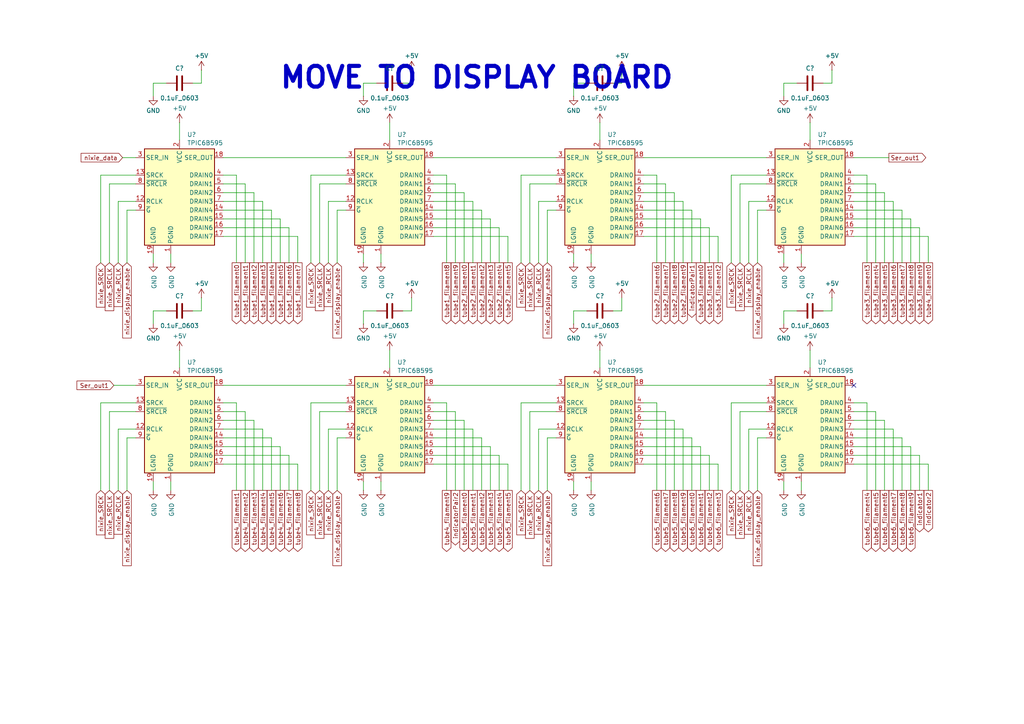
<source format=kicad_sch>
(kicad_sch (version 20250114) (generator "eeschema") (generator_version "9.0")
  (paper "A4")
  (lib_symbols
    (symbol "Device:C" (pin_numbers (hide yes)) (pin_names (offset 0.254))
      (property "Reference" "C" (at 0.635 2.54 0))
      (property "Value" "C" (at 0.635 -2.54 0))
      (symbol "C_0_1"
        (polyline (pts (xy -2.032 0.762) (xy 2.032 0.762)) (stroke (width 0.508)))
        (polyline (pts (xy -2.032 -0.762) (xy 2.032 -0.762)) (stroke (width 0.508)))
      )
      (symbol "C_1_1"
        (pin passive line (at 0 3.81 270) (length 2.794) (name "~") (number "1"))
        (pin passive line (at 0 -3.81 90) (length 2.794) (name "~") (number "2"))
      )
    )
    (symbol "My First Nixie Clock:TPIC6B595DWR" (pin_names (offset 0.381))
      (property "Reference" "U?" (at 2.1941 16.8445 0))
      (property "Value" "TPIC6B595" (at 2.1941 14.4202 0))
      (symbol "TPIC6B595DWR_0_1"
        (rectangle (start -10.16 12.7) (end 10.16 -15.24) (stroke (width 0.254)) (fill (type background)))
      )
      (symbol "TPIC6B595DWR_1_1"
        (pin input line (at -12.7 10.16 0) (length 2.54) (name "SER_IN") (number "3"))
        (pin input line (at -12.7 5.08 0) (length 2.54) (name "SRCK") (number "13"))
        (pin input line (at -12.7 2.54 0) (length 2.54) (name "~{SRCLR}") (number "8"))
        (pin input line (at -12.7 -2.54 0) (length 2.54) (name "RCLK") (number "12"))
        (pin input line (at -12.7 -5.08 0) (length 2.54) (name "~{G}") (number "9"))
        (pin power_in line (at -7.62 -17.78 90) (length 2.54) (name "LGND") (number "19"))
        (pin power_in line (at -2.54 -17.78 90) (length 2.54) (name "PGND") (number "1"))
        (pin passive line (at -2.54 -17.78 90) (length 2.54) (hide yes) (name "PGND") (number "10"))
        (pin passive line (at -2.54 -17.78 90) (length 2.54) (hide yes) (name "PGND") (number "11"))
        (pin passive line (at -2.54 -17.78 90) (length 2.54) (hide yes) (name "PGND") (number "20"))
        (pin power_in line (at 0 15.24 270) (length 2.54) (name "VCC") (number "2"))
        (pin output line (at 12.7 10.16 180) (length 2.54) (name "SER_OUT") (number "18"))
        (pin open_collector line (at 12.7 5.08 180) (length 2.54) (name "DRAIN0") (number "4"))
        (pin open_collector line (at 12.7 2.54 180) (length 2.54) (name "DRAIN1") (number "5"))
        (pin open_collector line (at 12.7 0 180) (length 2.54) (name "DRAIN2") (number "6"))
        (pin open_collector line (at 12.7 -2.54 180) (length 2.54) (name "DRAIN3") (number "7"))
        (pin open_collector line (at 12.7 -5.08 180) (length 2.54) (name "DRAIN4") (number "14"))
        (pin open_collector line (at 12.7 -7.62 180) (length 2.54) (name "DRAIN5") (number "15"))
        (pin open_collector line (at 12.7 -10.16 180) (length 2.54) (name "DRAIN6") (number "16"))
        (pin open_collector line (at 12.7 -12.7 180) (length 2.54) (name "DRAIN7") (number "17"))
      )
    )
    (symbol "power:+5V" (power) (pin_numbers (hide yes)) (pin_names (offset 0) (hide yes))
      (property "Value" "+5V" (at 0 3.556 0))
      (symbol "+5V_0_1"
        (polyline (pts (xy -0.762 1.27) (xy 0 2.54)))
        (polyline (pts (xy 0 2.54) (xy 0.762 1.27)))
        (polyline (pts (xy 0 0) (xy 0 2.54)))
      )
      (symbol "+5V_1_1"
        (pin power_in line (at 0 0 90) (length 0) (name "~") (number "1"))
      )
    )
    (symbol "power:GND" (power) (pin_numbers (hide yes)) (pin_names (offset 0) (hide yes))
      (property "Value" "GND" (at 0 -3.81 0))
      (symbol "GND_0_1"
        (polyline (pts (xy 0 0) (xy 0 -1.27) (xy 1.27 -1.27) (xy 0 -2.54) (xy -1.27 -1.27) (xy 0 -1.27)))
      )
      (symbol "GND_1_1"
        (pin power_in line (at 0 0 270) (length 0) (name "~") (number "1"))
      )
    )
  )
  (text "MOVE TO DISPLAY BOARD" (at 80.772 26.162 0) (effects (font (size 6 6) (bold yes)) (justify left bottom)))
  (no_connect (at 247.65 111.76))
  (wire (pts (xy 256.54 76.2) (xy 256.54 55.88)))
  (wire (pts (xy 137.16 76.2) (xy 137.16 58.42)))
  (wire (pts (xy 203.2 129.54) (xy 203.2 142.24)))
  (wire (pts (xy 227.33 24.13) (xy 227.33 27.94)))
  (wire (pts (xy 71.12 142.24) (xy 71.12 119.38)))
  (wire (pts (xy 151.13 116.84) (xy 161.29 116.84)))
  (wire (pts (xy 105.41 73.66) (xy 105.41 76.2)))
  (wire (pts (xy 212.09 142.24) (xy 212.09 116.84)))
  (wire (pts (xy 256.54 55.88) (xy 247.65 55.88)))
  (wire (pts (xy 156.21 58.42) (xy 161.29 58.42)))
  (wire (pts (xy 64.77 50.8) (xy 68.58 50.8)))
  (wire (pts (xy 34.29 142.24) (xy 34.29 124.46)))
  (wire (pts (xy 195.58 76.2) (xy 195.58 55.88)))
  (wire (pts (xy 247.65 127) (xy 261.62 127)))
  (wire (pts (xy 100.33 119.38) (xy 92.71 119.38)))
  (wire (pts (xy 49.53 73.66) (xy 49.53 76.2)))
  (wire (pts (xy 219.71 60.96) (xy 219.71 76.2)))
  (wire (pts (xy 269.24 134.62) (xy 269.24 142.24)))
  (wire (pts (xy 29.21 142.24) (xy 29.21 116.84)))
  (wire (pts (xy 139.7 127) (xy 139.7 142.24)))
  (wire (pts (xy 214.63 119.38) (xy 214.63 142.24)))
  (wire (pts (xy 100.33 127) (xy 97.79 127)))
  (wire (pts (xy 247.65 63.5) (xy 264.16 63.5)))
  (wire (pts (xy 137.16 58.42) (xy 125.73 58.42)))
  (wire (pts (xy 39.37 127) (xy 36.83 127)))
  (wire (pts (xy 83.82 132.08) (xy 83.82 142.24)))
  (wire (pts (xy 110.49 139.7) (xy 110.49 142.24)))
  (wire (pts (xy 132.08 76.2) (xy 132.08 53.34)))
  (wire (pts (xy 125.73 60.96) (xy 139.7 60.96)))
  (wire (pts (xy 208.28 134.62) (xy 208.28 142.24)))
  (wire (pts (xy 193.04 119.38) (xy 193.04 142.24)))
  (wire (pts (xy 264.16 129.54) (xy 264.16 142.24)))
  (wire (pts (xy 134.62 121.92) (xy 134.62 142.24)))
  (wire (pts (xy 251.46 76.2) (xy 251.46 50.8)))
  (wire (pts (xy 161.29 60.96) (xy 158.75 60.96)))
  (wire (pts (xy 241.3 90.17) (xy 238.76 90.17)))
  (wire (pts (xy 251.46 116.84) (xy 251.46 142.24)))
  (wire (pts (xy 261.62 127) (xy 261.62 142.24)))
  (wire (pts (xy 170.18 90.17) (xy 166.37 90.17)))
  (wire (pts (xy 180.34 86.36) (xy 180.34 90.17)))
  (wire (pts (xy 186.69 134.62) (xy 208.28 134.62)))
  (wire (pts (xy 73.66 142.24) (xy 73.66 121.92)))
  (wire (pts (xy 39.37 53.34) (xy 31.75 53.34)))
  (wire (pts (xy 259.08 58.42) (xy 247.65 58.42)))
  (wire (pts (xy 158.75 60.96) (xy 158.75 76.2)))
  (wire (pts (xy 134.62 76.2) (xy 134.62 55.88)))
  (wire (pts (xy 58.42 90.17) (xy 55.88 90.17)))
  (wire (pts (xy 125.73 119.38) (xy 132.08 119.38)))
  (wire (pts (xy 247.65 134.62) (xy 269.24 134.62)))
  (wire (pts (xy 34.29 58.42) (xy 34.29 76.2)))
  (wire (pts (xy 200.66 60.96) (xy 200.66 76.2)))
  (wire (pts (xy 58.42 20.32) (xy 58.42 24.13)))
  (wire (pts (xy 256.54 121.92) (xy 256.54 142.24)))
  (wire (pts (xy 81.28 63.5) (xy 81.28 76.2)))
  (wire (pts (xy 76.2 58.42) (xy 76.2 76.2)))
  (wire (pts (xy 151.13 76.2) (xy 151.13 50.8)))
  (wire (pts (xy 137.16 124.46) (xy 137.16 142.24)))
  (wire (pts (xy 257.81 45.72) (xy 247.65 45.72)))
  (wire (pts (xy 125.73 132.08) (xy 144.78 132.08)))
  (wire (pts (xy 241.3 24.13) (xy 238.76 24.13)))
  (wire (pts (xy 90.17 50.8) (xy 90.17 76.2)))
  (wire (pts (xy 203.2 63.5) (xy 203.2 76.2)))
  (wire (pts (xy 132.08 119.38) (xy 132.08 142.24)))
  (wire (pts (xy 180.34 24.13) (xy 177.8 24.13)))
  (wire (pts (xy 34.29 124.46) (xy 39.37 124.46)))
  (wire (pts (xy 254 119.38) (xy 254 142.24)))
  (wire (pts (xy 58.42 24.13) (xy 55.88 24.13)))
  (wire (pts (xy 52.07 101.6) (xy 52.07 106.68)))
  (wire (pts (xy 222.25 127) (xy 219.71 127)))
  (wire (pts (xy 129.54 50.8) (xy 125.73 50.8)))
  (wire (pts (xy 64.77 111.76) (xy 100.33 111.76)))
  (wire (pts (xy 92.71 53.34) (xy 92.71 76.2)))
  (wire (pts (xy 227.33 139.7) (xy 227.33 142.24)))
  (wire (pts (xy 190.5 116.84) (xy 190.5 142.24)))
  (wire (pts (xy 153.67 119.38) (xy 161.29 119.38)))
  (wire (pts (xy 44.45 73.66) (xy 44.45 76.2)))
  (wire (pts (xy 161.29 127) (xy 158.75 127)))
  (wire (pts (xy 180.34 20.32) (xy 180.34 24.13)))
  (wire (pts (xy 134.62 55.88) (xy 125.73 55.88)))
  (wire (pts (xy 193.04 76.2) (xy 193.04 53.34)))
  (wire (pts (xy 247.65 116.84) (xy 251.46 116.84)))
  (wire (pts (xy 166.37 73.66) (xy 166.37 76.2)))
  (wire (pts (xy 109.22 90.17) (xy 105.41 90.17)))
  (wire (pts (xy 186.69 66.04) (xy 205.74 66.04)))
  (wire (pts (xy 222.25 119.38) (xy 214.63 119.38)))
  (wire (pts (xy 105.41 24.13) (xy 105.41 27.94)))
  (wire (pts (xy 64.77 132.08) (xy 83.82 132.08)))
  (wire (pts (xy 48.26 24.13) (xy 44.45 24.13)))
  (wire (pts (xy 100.33 60.96) (xy 97.79 60.96)))
  (wire (pts (xy 180.34 90.17) (xy 177.8 90.17)))
  (wire (pts (xy 49.53 139.7) (xy 49.53 142.24)))
  (wire (pts (xy 212.09 116.84) (xy 222.25 116.84)))
  (wire (pts (xy 147.32 68.58) (xy 147.32 76.2)))
  (wire (pts (xy 64.77 63.5) (xy 81.28 63.5)))
  (wire (pts (xy 247.65 121.92) (xy 256.54 121.92)))
  (wire (pts (xy 97.79 127) (xy 97.79 142.24)))
  (wire (pts (xy 64.77 127) (xy 78.74 127)))
  (wire (pts (xy 68.58 142.24) (xy 68.58 116.84)))
  (wire (pts (xy 29.21 50.8) (xy 29.21 76.2)))
  (wire (pts (xy 186.69 119.38) (xy 193.04 119.38)))
  (wire (pts (xy 81.28 129.54) (xy 81.28 142.24)))
  (wire (pts (xy 247.65 119.38) (xy 254 119.38)))
  (wire (pts (xy 205.74 66.04) (xy 205.74 76.2)))
  (wire (pts (xy 259.08 76.2) (xy 259.08 58.42)))
  (wire (pts (xy 109.22 24.13) (xy 105.41 24.13)))
  (wire (pts (xy 222.25 58.42) (xy 217.17 58.42)))
  (wire (pts (xy 195.58 55.88) (xy 186.69 55.88)))
  (wire (pts (xy 212.09 50.8) (xy 212.09 76.2)))
  (wire (pts (xy 31.75 119.38) (xy 31.75 142.24)))
  (wire (pts (xy 35.56 45.72) (xy 39.37 45.72)))
  (wire (pts (xy 125.73 111.76) (xy 161.29 111.76)))
  (wire (pts (xy 247.65 132.08) (xy 266.7 132.08)))
  (wire (pts (xy 92.71 119.38) (xy 92.71 142.24)))
  (wire (pts (xy 247.65 60.96) (xy 261.62 60.96)))
  (wire (pts (xy 64.77 68.58) (xy 86.36 68.58)))
  (wire (pts (xy 186.69 63.5) (xy 203.2 63.5)))
  (wire (pts (xy 39.37 119.38) (xy 31.75 119.38)))
  (wire (pts (xy 68.58 116.84) (xy 64.77 116.84)))
  (wire (pts (xy 200.66 127) (xy 200.66 142.24)))
  (wire (pts (xy 266.7 132.08) (xy 266.7 142.24)))
  (wire (pts (xy 247.65 66.04) (xy 266.7 66.04)))
  (wire (pts (xy 142.24 63.5) (xy 142.24 76.2)))
  (wire (pts (xy 125.73 63.5) (xy 142.24 63.5)))
  (wire (pts (xy 48.26 90.17) (xy 44.45 90.17)))
  (wire (pts (xy 247.65 68.58) (xy 269.24 68.58)))
  (wire (pts (xy 119.38 86.36) (xy 119.38 90.17)))
  (wire (pts (xy 86.36 134.62) (xy 86.36 142.24)))
  (wire (pts (xy 186.69 111.76) (xy 222.25 111.76)))
  (wire (pts (xy 266.7 66.04) (xy 266.7 76.2)))
  (wire (pts (xy 71.12 53.34) (xy 71.12 76.2)))
  (wire (pts (xy 132.08 53.34) (xy 125.73 53.34)))
  (wire (pts (xy 78.74 127) (xy 78.74 142.24)))
  (wire (pts (xy 125.73 66.04) (xy 144.78 66.04)))
  (wire (pts (xy 158.75 127) (xy 158.75 142.24)))
  (wire (pts (xy 234.95 101.6) (xy 234.95 106.68)))
  (wire (pts (xy 227.33 90.17) (xy 227.33 93.98)))
  (wire (pts (xy 254 76.2) (xy 254 53.34)))
  (wire (pts (xy 205.74 132.08) (xy 205.74 142.24)))
  (wire (pts (xy 39.37 50.8) (xy 29.21 50.8)))
  (wire (pts (xy 166.37 24.13) (xy 166.37 27.94)))
  (wire (pts (xy 153.67 76.2) (xy 153.67 53.34)))
  (wire (pts (xy 232.41 139.7) (xy 232.41 142.24)))
  (wire (pts (xy 44.45 24.13) (xy 44.45 27.94)))
  (wire (pts (xy 31.75 53.34) (xy 31.75 76.2)))
  (wire (pts (xy 234.95 35.56) (xy 234.95 40.64)))
  (wire (pts (xy 227.33 73.66) (xy 227.33 76.2)))
  (wire (pts (xy 217.17 124.46) (xy 217.17 142.24)))
  (wire (pts (xy 100.33 50.8) (xy 90.17 50.8)))
  (wire (pts (xy 190.5 76.2) (xy 190.5 50.8)))
  (wire (pts (xy 64.77 60.96) (xy 78.74 60.96)))
  (wire (pts (xy 190.5 50.8) (xy 186.69 50.8)))
  (wire (pts (xy 254 53.34) (xy 247.65 53.34)))
  (wire (pts (xy 86.36 68.58) (xy 86.36 76.2)))
  (wire (pts (xy 173.99 101.6) (xy 173.99 106.68)))
  (wire (pts (xy 110.49 73.66) (xy 110.49 76.2)))
  (wire (pts (xy 193.04 53.34) (xy 186.69 53.34)))
  (wire (pts (xy 73.66 121.92) (xy 64.77 121.92)))
  (wire (pts (xy 95.25 58.42) (xy 95.25 76.2)))
  (wire (pts (xy 166.37 90.17) (xy 166.37 93.98)))
  (wire (pts (xy 222.25 53.34) (xy 214.63 53.34)))
  (wire (pts (xy 186.69 60.96) (xy 200.66 60.96)))
  (wire (pts (xy 44.45 139.7) (xy 44.45 142.24)))
  (wire (pts (xy 125.73 68.58) (xy 147.32 68.58)))
  (wire (pts (xy 78.74 60.96) (xy 78.74 76.2)))
  (wire (pts (xy 64.77 129.54) (xy 81.28 129.54)))
  (wire (pts (xy 113.03 101.6) (xy 113.03 106.68)))
  (wire (pts (xy 29.21 116.84) (xy 39.37 116.84)))
  (wire (pts (xy 151.13 142.24) (xy 151.13 116.84)))
  (wire (pts (xy 129.54 116.84) (xy 129.54 142.24)))
  (wire (pts (xy 166.37 139.7) (xy 166.37 142.24)))
  (wire (pts (xy 217.17 58.42) (xy 217.17 76.2)))
  (wire (pts (xy 156.21 76.2) (xy 156.21 58.42)))
  (wire (pts (xy 125.73 129.54) (xy 142.24 129.54)))
  (wire (pts (xy 33.02 111.76) (xy 39.37 111.76)))
  (wire (pts (xy 269.24 68.58) (xy 269.24 76.2)))
  (wire (pts (xy 247.65 124.46) (xy 259.08 124.46)))
  (wire (pts (xy 68.58 50.8) (xy 68.58 76.2)))
  (wire (pts (xy 64.77 53.34) (xy 71.12 53.34)))
  (wire (pts (xy 64.77 66.04) (xy 83.82 66.04)))
  (wire (pts (xy 156.21 124.46) (xy 161.29 124.46)))
  (wire (pts (xy 39.37 60.96) (xy 36.83 60.96)))
  (wire (pts (xy 147.32 134.62) (xy 147.32 142.24)))
  (wire (pts (xy 39.37 58.42) (xy 34.29 58.42)))
  (wire (pts (xy 64.77 45.72) (xy 100.33 45.72)))
  (wire (pts (xy 170.18 24.13) (xy 166.37 24.13)))
  (wire (pts (xy 125.73 127) (xy 139.7 127)))
  (wire (pts (xy 125.73 121.92) (xy 134.62 121.92)))
  (wire (pts (xy 186.69 45.72) (xy 222.25 45.72)))
  (wire (pts (xy 83.82 66.04) (xy 83.82 76.2)))
  (wire (pts (xy 113.03 35.56) (xy 113.03 40.64)))
  (wire (pts (xy 64.77 55.88) (xy 73.66 55.88)))
  (wire (pts (xy 171.45 73.66) (xy 171.45 76.2)))
  (wire (pts (xy 222.25 60.96) (xy 219.71 60.96)))
  (wire (pts (xy 100.33 116.84) (xy 90.17 116.84)))
  (wire (pts (xy 73.66 55.88) (xy 73.66 76.2)))
  (wire (pts (xy 76.2 142.24) (xy 76.2 124.46)))
  (wire (pts (xy 119.38 24.13) (xy 116.84 24.13)))
  (wire (pts (xy 100.33 53.34) (xy 92.71 53.34)))
  (wire (pts (xy 125.73 45.72) (xy 161.29 45.72)))
  (wire (pts (xy 58.42 86.36) (xy 58.42 90.17)))
  (wire (pts (xy 71.12 119.38) (xy 64.77 119.38)))
  (wire (pts (xy 125.73 124.46) (xy 137.16 124.46)))
  (wire (pts (xy 251.46 50.8) (xy 247.65 50.8)))
  (wire (pts (xy 186.69 132.08) (xy 205.74 132.08)))
  (wire (pts (xy 232.41 73.66) (xy 232.41 76.2)))
  (wire (pts (xy 119.38 90.17) (xy 116.84 90.17)))
  (wire (pts (xy 231.14 24.13) (xy 227.33 24.13)))
  (wire (pts (xy 241.3 20.32) (xy 241.3 24.13)))
  (wire (pts (xy 186.69 68.58) (xy 208.28 68.58)))
  (wire (pts (xy 44.45 90.17) (xy 44.45 93.98)))
  (wire (pts (xy 144.78 132.08) (xy 144.78 142.24)))
  (wire (pts (xy 247.65 129.54) (xy 264.16 129.54)))
  (wire (pts (xy 153.67 53.34) (xy 161.29 53.34)))
  (wire (pts (xy 105.41 139.7) (xy 105.41 142.24)))
  (wire (pts (xy 186.69 124.46) (xy 198.12 124.46)))
  (wire (pts (xy 264.16 63.5) (xy 264.16 76.2)))
  (wire (pts (xy 186.69 121.92) (xy 195.58 121.92)))
  (wire (pts (xy 119.38 20.32) (xy 119.38 24.13)))
  (wire (pts (xy 259.08 124.46) (xy 259.08 142.24)))
  (wire (pts (xy 198.12 124.46) (xy 198.12 142.24)))
  (wire (pts (xy 214.63 53.34) (xy 214.63 76.2)))
  (wire (pts (xy 186.69 129.54) (xy 203.2 129.54)))
  (wire (pts (xy 36.83 60.96) (xy 36.83 76.2)))
  (wire (pts (xy 219.71 127) (xy 219.71 142.24)))
  (wire (pts (xy 261.62 60.96) (xy 261.62 76.2)))
  (wire (pts (xy 186.69 116.84) (xy 190.5 116.84)))
  (wire (pts (xy 90.17 116.84) (xy 90.17 142.24)))
  (wire (pts (xy 156.21 142.24) (xy 156.21 124.46)))
  (wire (pts (xy 64.77 58.42) (xy 76.2 58.42)))
  (wire (pts (xy 105.41 90.17) (xy 105.41 93.98)))
  (wire (pts (xy 100.33 124.46) (xy 95.25 124.46)))
  (wire (pts (xy 125.73 134.62) (xy 147.32 134.62)))
  (wire (pts (xy 97.79 60.96) (xy 97.79 76.2)))
  (wire (pts (xy 171.45 139.7) (xy 171.45 142.24)))
  (wire (pts (xy 151.13 50.8) (xy 161.29 50.8)))
  (wire (pts (xy 76.2 124.46) (xy 64.77 124.46)))
  (wire (pts (xy 222.25 124.46) (xy 217.17 124.46)))
  (wire (pts (xy 100.33 58.42) (xy 95.25 58.42)))
  (wire (pts (xy 95.25 124.46) (xy 95.25 142.24)))
  (wire (pts (xy 52.07 35.56) (xy 52.07 40.64)))
  (wire (pts (xy 222.25 50.8) (xy 212.09 50.8)))
  (wire (pts (xy 139.7 60.96) (xy 139.7 76.2)))
  (wire (pts (xy 129.54 76.2) (xy 129.54 50.8)))
  (wire (pts (xy 241.3 86.36) (xy 241.3 90.17)))
  (wire (pts (xy 195.58 121.92) (xy 195.58 142.24)))
  (wire (pts (xy 186.69 127) (xy 200.66 127)))
  (wire (pts (xy 64.77 134.62) (xy 86.36 134.62)))
  (wire (pts (xy 198.12 76.2) (xy 198.12 58.42)))
  (wire (pts (xy 144.78 66.04) (xy 144.78 76.2)))
  (wire (pts (xy 198.12 58.42) (xy 186.69 58.42)))
  (wire (pts (xy 142.24 129.54) (xy 142.24 142.24)))
  (wire (pts (xy 173.99 35.56) (xy 173.99 40.64)))
  (wire (pts (xy 125.73 116.84) (xy 129.54 116.84)))
  (wire (pts (xy 208.28 68.58) (xy 208.28 76.2)))
  (wire (pts (xy 231.14 90.17) (xy 227.33 90.17)))
  (wire (pts (xy 36.83 127) (xy 36.83 142.24)))
  (wire (pts (xy 153.67 142.24) (xy 153.67 119.38)))
  (global_label "tube6_filament5" (shape output) (at 254 142.24 270) (property "Intersheetrefs" "${INTERSHEET_REFS}" (effects (hide yes))))
  (global_label "tube2_filament3" (shape output) (at 142.24 76.2 270) (property "Intersheetrefs" "${INTERSHEET_REFS}" (effects (hide yes))))
  (global_label "tube4_filament2" (shape output) (at 71.12 142.24 270) (property "Intersheetrefs" "${INTERSHEET_REFS}" (effects (hide yes))))
  (global_label "tube5_filament8" (shape output) (at 195.58 142.24 270) (property "Intersheetrefs" "${INTERSHEET_REFS}" (effects (hide yes))))
  (global_label "nixie_SRCLK" (shape input) (at 31.75 76.2 270) (property "Intersheetrefs" "${INTERSHEET_REFS}" (effects (hide yes))))
  (global_label "tube3_filament3" (shape output) (at 251.46 76.2 270) (property "Intersheetrefs" "${INTERSHEET_REFS}" (effects (hide yes))))
  (global_label "tube1_filament1" (shape output) (at 71.12 76.2 270) (property "Intersheetrefs" "${INTERSHEET_REFS}" (effects (hide yes))))
  (global_label "tube2_filament6" (shape output) (at 190.5 76.2 270) (property "Intersheetrefs" "${INTERSHEET_REFS}" (effects (hide yes))))
  (global_label "tube3_filament2" (shape output) (at 208.28 76.2 270) (property "Intersheetrefs" "${INTERSHEET_REFS}" (effects (hide yes))))
  (global_label "tube3_filament9" (shape output) (at 266.7 76.2 270) (property "Intersheetrefs" "${INTERSHEET_REFS}" (effects (hide yes))))
  (global_label "tube1_filament5" (shape output) (at 81.28 76.2 270) (property "Intersheetrefs" "${INTERSHEET_REFS}" (effects (hide yes))))
  (global_label "nixie_SRCLK" (shape input) (at 153.67 142.24 270) (property "Intersheetrefs" "${INTERSHEET_REFS}" (effects (hide yes))))
  (global_label "tube1_filament3" (shape output) (at 76.2 76.2 270) (property "Intersheetrefs" "${INTERSHEET_REFS}" (effects (hide yes))))
  (global_label "tube6_filament6" (shape output) (at 256.54 142.24 270) (property "Intersheetrefs" "${INTERSHEET_REFS}" (effects (hide yes))))
  (global_label "tube1_filament9" (shape output) (at 132.08 76.2 270) (property "Intersheetrefs" "${INTERSHEET_REFS}" (effects (hide yes))))
  (global_label "tube5_filament4" (shape output) (at 144.78 142.24 270) (property "Intersheetrefs" "${INTERSHEET_REFS}" (effects (hide yes))))
  (global_label "tube1_filament2" (shape output) (at 73.66 76.2 270) (property "Intersheetrefs" "${INTERSHEET_REFS}" (effects (hide yes))))
  (global_label "tube4_filament9" (shape output) (at 129.54 142.24 270) (property "Intersheetrefs" "${INTERSHEET_REFS}" (effects (hide yes))))
  (global_label "tube3_filament1" (shape output) (at 205.74 76.2 270) (property "Intersheetrefs" "${INTERSHEET_REFS}" (effects (hide yes))))
  (global_label "tube4_filament6" (shape output) (at 81.28 142.24 270) (property "Intersheetrefs" "${INTERSHEET_REFS}" (effects (hide yes))))
  (global_label "nixie_SRCLK" (shape input) (at 92.71 76.2 270) (property "Intersheetrefs" "${INTERSHEET_REFS}" (effects (hide yes))))
  (global_label "tube4_filament4" (shape output) (at 76.2 142.24 270) (property "Intersheetrefs" "${INTERSHEET_REFS}" (effects (hide yes))))
  (global_label "tube2_filament2" (shape output) (at 139.7 76.2 270) (property "Intersheetrefs" "${INTERSHEET_REFS}" (effects (hide yes))))
  (global_label "nixie_RCLK" (shape input) (at 217.17 76.2 270) (property "Intersheetrefs" "${INTERSHEET_REFS}" (effects (hide yes))))
  (global_label "tube2_filament7" (shape output) (at 193.04 76.2 270) (property "Intersheetrefs" "${INTERSHEET_REFS}" (effects (hide yes))))
  (global_label "tube3_filament4" (shape output) (at 254 76.2 270) (property "Intersheetrefs" "${INTERSHEET_REFS}" (effects (hide yes))))
  (global_label "tube5_filament2" (shape output) (at 139.7 142.24 270) (property "Intersheetrefs" "${INTERSHEET_REFS}" (effects (hide yes))))
  (global_label "tube5_filament7" (shape output) (at 193.04 142.24 270) (property "Intersheetrefs" "${INTERSHEET_REFS}" (effects (hide yes))))
  (global_label "tube5_filament0" (shape output) (at 134.62 142.24 270) (property "Intersheetrefs" "${INTERSHEET_REFS}" (effects (hide yes))))
  (global_label "nixie_SRCLK" (shape input) (at 214.63 76.2 270) (property "Intersheetrefs" "${INTERSHEET_REFS}" (effects (hide yes))))
  (global_label "tube6_filament2" (shape output) (at 205.74 142.24 270) (property "Intersheetrefs" "${INTERSHEET_REFS}" (effects (hide yes))))
  (global_label "tube1_filament8" (shape output) (at 129.54 76.2 270) (property "Intersheetrefs" "${INTERSHEET_REFS}" (effects (hide yes))))
  (global_label "indicator1" (shape output) (at 266.7 142.24 270) (property "Intersheetrefs" "${INTERSHEET_REFS}" (effects (hide yes))))
  (global_label "tube6_filament3" (shape output) (at 208.28 142.24 270) (property "Intersheetrefs" "${INTERSHEET_REFS}" (effects (hide yes))))
  (global_label "tube3_filament5" (shape output) (at 256.54 76.2 270) (property "Intersheetrefs" "${INTERSHEET_REFS}" (effects (hide yes))))
  (global_label "tube4_filament3" (shape output) (at 73.66 142.24 270) (property "Intersheetrefs" "${INTERSHEET_REFS}" (effects (hide yes))))
  (global_label "tube2_filament8" (shape output) (at 195.58 76.2 270) (property "Intersheetrefs" "${INTERSHEET_REFS}" (effects (hide yes))))
  (global_label "tube2_filament4" (shape output) (at 144.78 76.2 270) (property "Intersheetrefs" "${INTERSHEET_REFS}" (effects (hide yes))))
  (global_label "Ser_out1" (shape input) (at 33.02 111.76 180) (property "Intersheetrefs" "${INTERSHEET_REFS}" (effects (hide yes))))
  (global_label "nixie_RCLK" (shape input) (at 217.17 142.24 270) (property "Intersheetrefs" "${INTERSHEET_REFS}" (effects (hide yes))))
  (global_label "nixie_RCLK" (shape input) (at 156.21 142.24 270) (property "Intersheetrefs" "${INTERSHEET_REFS}" (effects (hide yes))))
  (global_label "tube6_filament4" (shape output) (at 251.46 142.24 270) (property "Intersheetrefs" "${INTERSHEET_REFS}" (effects (hide yes))))
  (global_label "nixie_SRCLK" (shape input) (at 92.71 142.24 270) (property "Intersheetrefs" "${INTERSHEET_REFS}" (effects (hide yes))))
  (global_label "tube2_filament5" (shape output) (at 147.32 76.2 270) (property "Intersheetrefs" "${INTERSHEET_REFS}" (effects (hide yes))))
  (global_label "nixie_RCLK" (shape input) (at 95.25 76.2 270) (property "Intersheetrefs" "${INTERSHEET_REFS}" (effects (hide yes))))
  (global_label "tube5_filament9" (shape output) (at 198.12 142.24 270) (property "Intersheetrefs" "${INTERSHEET_REFS}" (effects (hide yes))))
  (global_label "nixie_data" (shape input) (at 35.56 45.72 180) (property "Intersheetrefs" "${INTERSHEET_REFS}" (effects (hide yes))))
  (global_label "indicatorPair1" (shape output) (at 200.66 76.2 270) (property "Intersheetrefs" "${INTERSHEET_REFS}" (effects (hide yes))))
  (global_label "tube5_filament3" (shape output) (at 142.24 142.24 270) (property "Intersheetrefs" "${INTERSHEET_REFS}" (effects (hide yes))))
  (global_label "nixie_SRCK" (shape input) (at 29.21 142.24 270) (property "Intersheetrefs" "${INTERSHEET_REFS}" (effects (hide yes))))
  (global_label "tube5_filament6" (shape output) (at 190.5 142.24 270) (property "Intersheetrefs" "${INTERSHEET_REFS}" (effects (hide yes))))
  (global_label "Ser_out1" (shape output) (at 257.81 45.72 0) (property "Intersheetrefs" "${INTERSHEET_REFS}" (effects (hide yes))))
  (global_label "tube4_filament7" (shape output) (at 83.82 142.24 270) (property "Intersheetrefs" "${INTERSHEET_REFS}" (effects (hide yes))))
  (global_label "nixie_display_enable" (shape input) (at 158.75 76.2 270) (property "Intersheetrefs" "${INTERSHEET_REFS}" (effects (hide yes))))
  (global_label "tube4_filament5" (shape output) (at 78.74 142.24 270) (property "Intersheetrefs" "${INTERSHEET_REFS}" (effects (hide yes))))
  (global_label "tube3_filament8" (shape output) (at 264.16 76.2 270) (property "Intersheetrefs" "${INTERSHEET_REFS}" (effects (hide yes))))
  (global_label "indicator2" (shape output) (at 269.24 142.24 270) (property "Intersheetrefs" "${INTERSHEET_REFS}" (effects (hide yes))))
  (global_label "tube1_filament7" (shape output) (at 86.36 76.2 270) (property "Intersheetrefs" "${INTERSHEET_REFS}" (effects (hide yes))))
  (global_label "nixie_SRCK" (shape input) (at 151.13 76.2 270) (property "Intersheetrefs" "${INTERSHEET_REFS}" (effects (hide yes))))
  (global_label "tube5_filament1" (shape output) (at 137.16 142.24 270) (property "Intersheetrefs" "${INTERSHEET_REFS}" (effects (hide yes))))
  (global_label "tube2_filament0" (shape output) (at 134.62 76.2 270) (property "Intersheetrefs" "${INTERSHEET_REFS}" (effects (hide yes))))
  (global_label "tube6_filament8" (shape output) (at 261.62 142.24 270) (property "Intersheetrefs" "${INTERSHEET_REFS}" (effects (hide yes))))
  (global_label "tube1_filament4" (shape output) (at 78.74 76.2 270) (property "Intersheetrefs" "${INTERSHEET_REFS}" (effects (hide yes))))
  (global_label "tube3_filament6" (shape output) (at 259.08 76.2 270) (property "Intersheetrefs" "${INTERSHEET_REFS}" (effects (hide yes))))
  (global_label "nixie_display_enable" (shape input) (at 219.71 142.24 270) (property "Intersheetrefs" "${INTERSHEET_REFS}" (effects (hide yes))))
  (global_label "nixie_display_enable" (shape input) (at 97.79 142.24 270) (property "Intersheetrefs" "${INTERSHEET_REFS}" (effects (hide yes))))
  (global_label "nixie_SRCK" (shape input) (at 90.17 142.24 270) (property "Intersheetrefs" "${INTERSHEET_REFS}" (effects (hide yes))))
  (global_label "tube2_filament9" (shape output) (at 198.12 76.2 270) (property "Intersheetrefs" "${INTERSHEET_REFS}" (effects (hide yes))))
  (global_label "nixie_RCLK" (shape input) (at 34.29 76.2 270) (property "Intersheetrefs" "${INTERSHEET_REFS}" (effects (hide yes))))
  (global_label "nixie_display_enable" (shape input) (at 36.83 142.24 270) (property "Intersheetrefs" "${INTERSHEET_REFS}" (effects (hide yes))))
  (global_label "tube3_filament0" (shape output) (at 203.2 76.2 270) (property "Intersheetrefs" "${INTERSHEET_REFS}" (effects (hide yes))))
  (global_label "tube2_filament1" (shape output) (at 137.16 76.2 270) (property "Intersheetrefs" "${INTERSHEET_REFS}" (effects (hide yes))))
  (global_label "indicatorPair2" (shape output) (at 132.08 142.24 270) (property "Intersheetrefs" "${INTERSHEET_REFS}" (effects (hide yes))))
  (global_label "tube1_filament6" (shape output) (at 83.82 76.2 270) (property "Intersheetrefs" "${INTERSHEET_REFS}" (effects (hide yes))))
  (global_label "tube6_filament1" (shape output) (at 203.2 142.24 270) (property "Intersheetrefs" "${INTERSHEET_REFS}" (effects (hide yes))))
  (global_label "tube4_filament1" (shape output) (at 68.58 142.24 270) (property "Intersheetrefs" "${INTERSHEET_REFS}" (effects (hide yes))))
  (global_label "tube6_filament9" (shape output) (at 264.16 142.24 270) (property "Intersheetrefs" "${INTERSHEET_REFS}" (effects (hide yes))))
  (global_label "nixie_SRCLK" (shape input) (at 214.63 142.24 270) (property "Intersheetrefs" "${INTERSHEET_REFS}" (effects (hide yes))))
  (global_label "nixie_display_enable" (shape input) (at 219.71 76.2 270) (property "Intersheetrefs" "${INTERSHEET_REFS}" (effects (hide yes))))
  (global_label "nixie_SRCK" (shape input) (at 212.09 142.24 270) (property "Intersheetrefs" "${INTERSHEET_REFS}" (effects (hide yes))))
  (global_label "nixie_RCLK" (shape input) (at 156.21 76.2 270) (property "Intersheetrefs" "${INTERSHEET_REFS}" (effects (hide yes))))
  (global_label "nixie_SRCK" (shape input) (at 212.09 76.2 270) (property "Intersheetrefs" "${INTERSHEET_REFS}" (effects (hide yes))))
  (global_label "nixie_display_enable" (shape input) (at 158.75 142.24 270) (property "Intersheetrefs" "${INTERSHEET_REFS}" (effects (hide yes))))
  (global_label "nixie_SRCLK" (shape input) (at 153.67 76.2 270) (property "Intersheetrefs" "${INTERSHEET_REFS}" (effects (hide yes))))
  (global_label "nixie_SRCK" (shape input) (at 151.13 142.24 270) (property "Intersheetrefs" "${INTERSHEET_REFS}" (effects (hide yes))))
  (global_label "nixie_SRCLK" (shape input) (at 31.75 142.24 270) (property "Intersheetrefs" "${INTERSHEET_REFS}" (effects (hide yes))))
  (global_label "nixie_display_enable" (shape input) (at 36.83 76.2 270) (property "Intersheetrefs" "${INTERSHEET_REFS}" (effects (hide yes))))
  (global_label "tube4_filament0" (shape output) (at 269.24 76.2 270) (property "Intersheetrefs" "${INTERSHEET_REFS}" (effects (hide yes))))
  (global_label "tube1_filament0" (shape output) (at 68.58 76.2 270) (property "Intersheetrefs" "${INTERSHEET_REFS}" (effects (hide yes))))
  (global_label "tube6_filament7" (shape output) (at 259.08 142.24 270) (property "Intersheetrefs" "${INTERSHEET_REFS}" (effects (hide yes))))
  (global_label "nixie_RCLK" (shape input) (at 95.25 142.24 270) (property "Intersheetrefs" "${INTERSHEET_REFS}" (effects (hide yes))))
  (global_label "tube5_filament5" (shape output) (at 147.32 142.24 270) (property "Intersheetrefs" "${INTERSHEET_REFS}" (effects (hide yes))))
  (global_label "nixie_display_enable" (shape input) (at 97.79 76.2 270) (property "Intersheetrefs" "${INTERSHEET_REFS}" (effects (hide yes))))
  (global_label "tube4_filament8" (shape output) (at 86.36 142.24 270) (property "Intersheetrefs" "${INTERSHEET_REFS}" (effects (hide yes))))
  (global_label "nixie_SRCK" (shape input) (at 29.21 76.2 270) (property "Intersheetrefs" "${INTERSHEET_REFS}" (effects (hide yes))))
  (global_label "nixie_RCLK" (shape input) (at 34.29 142.24 270) (property "Intersheetrefs" "${INTERSHEET_REFS}" (effects (hide yes))))
  (global_label "tube6_filament0" (shape output) (at 200.66 142.24 270) (property "Intersheetrefs" "${INTERSHEET_REFS}" (effects (hide yes))))
  (global_label "tube3_filament7" (shape output) (at 261.62 76.2 270) (property "Intersheetrefs" "${INTERSHEET_REFS}" (effects (hide yes))))
  (global_label "nixie_SRCK" (shape input) (at 90.17 76.2 270) (property "Intersheetrefs" "${INTERSHEET_REFS}" (effects (hide yes))))
  (symbol (lib_id "power:GND") (at 166.37 142.24 0) (unit 1)
    (property "Reference" "#PWR039" (effects (hide yes)))
    (property "Value" "GND" (at 166.624 147.828 90))
    (property "Description" "Power symbol creates a global label with name \"GND\" , ground" (effects (hide yes)))
  )
  (symbol (lib_id "power:+5V") (at 119.38 86.36 0) (unit 1)
    (property "Reference" "#PWR071" (effects (hide yes)))
    (property "Value" "+5V" (at 119.38 82.2269 0))
    (property "Description" "Power symbol creates a global label with name \"+5V\"" (effects (hide yes)))
  )
  (symbol (lib_id "power:+5V") (at 234.95 101.6 0) (unit 1)
    (property "Reference" "#PWR067" (effects (hide yes)))
    (property "Value" "+5V" (at 234.95 97.4669 0))
    (property "Description" "Power symbol creates a global label with name \"+5V\"" (effects (hide yes)))
  )
  (symbol (lib_id "power:GND") (at 171.45 76.2 0) (unit 1)
    (property "Reference" "#PWR032" (effects (hide yes)))
    (property "Value" "GND" (at 171.704 81.788 90))
    (property "Description" "Power symbol creates a global label with name \"GND\" , ground" (effects (hide yes)))
  )
  (symbol (lib_id "power:GND") (at 171.45 142.24 0) (unit 1)
    (property "Reference" "#PWR040" (effects (hide yes)))
    (property "Value" "GND" (at 171.704 147.828 90))
    (property "Description" "Power symbol creates a global label with name \"GND\" , ground" (effects (hide yes)))
  )
  (symbol (lib_id "power:+5V") (at 113.03 101.6 0) (unit 1)
    (property "Reference" "#PWR073" (effects (hide yes)))
    (property "Value" "+5V" (at 113.03 97.4669 0))
    (property "Description" "Power symbol creates a global label with name \"+5V\"" (effects (hide yes)))
  )
  (symbol (lib_id "My First Nixie Clock:TPIC6B595DWR") (at 52.07 121.92 0) (unit 1)
    (property "Reference" "U?" (at 54.2641 105.0755 0) (effects (justify left)))
    (property "Value" "TPIC6B595" (at 54.2641 107.4998 0) (effects (justify left)))
  )
  (symbol (lib_id "power:+5V") (at 241.3 86.36 0) (unit 1)
    (property "Reference" "#PWR065" (effects (hide yes)))
    (property "Value" "+5V" (at 241.3 82.2269 0))
    (property "Description" "Power symbol creates a global label with name \"+5V\"" (effects (hide yes)))
  )
  (symbol (lib_id "power:+5V") (at 52.07 35.56 0) (unit 1)
    (property "Reference" "#PWR024" (effects (hide yes)))
    (property "Value" "+5V" (at 52.07 31.4269 0))
    (property "Description" "Power symbol creates a global label with name \"+5V\"" (effects (hide yes)))
  )
  (symbol (lib_id "power:GND") (at 49.53 142.24 0) (unit 1)
    (property "Reference" "#PWR036" (effects (hide yes)))
    (property "Value" "GND" (at 49.784 147.828 90))
    (property "Description" "Power symbol creates a global label with name \"GND\" , ground" (effects (hide yes)))
  )
  (symbol (lib_id "power:GND") (at 110.49 76.2 0) (unit 1)
    (property "Reference" "#PWR030" (effects (hide yes)))
    (property "Value" "GND" (at 110.744 81.788 90))
    (property "Description" "Power symbol creates a global label with name \"GND\" , ground" (effects (hide yes)))
  )
  (symbol (lib_id "My First Nixie Clock:TPIC6B595DWR") (at 173.99 121.92 0) (unit 1)
    (property "Reference" "U?" (at 176.1841 105.0755 0) (effects (justify left)))
    (property "Value" "TPIC6B595" (at 176.1841 107.4998 0) (effects (justify left)))
  )
  (symbol (lib_id "power:GND") (at 44.45 76.2 0) (unit 1)
    (property "Reference" "#PWR027" (effects (hide yes)))
    (property "Value" "GND" (at 44.704 81.788 90))
    (property "Description" "Power symbol creates a global label with name \"GND\" , ground" (effects (hide yes)))
  )
  (symbol (lib_id "power:GND") (at 44.45 142.24 0) (unit 1)
    (property "Reference" "#PWR035" (effects (hide yes)))
    (property "Value" "GND" (at 44.704 147.828 90))
    (property "Description" "Power symbol creates a global label with name \"GND\" , ground" (effects (hide yes)))
  )
  (symbol (lib_id "power:GND") (at 44.45 27.94 0) (unit 1)
    (property "Reference" "#PWR026" (effects (hide yes)))
    (property "Value" "GND" (at 44.45 32.0731 0))
    (property "Description" "Power symbol creates a global label with name \"GND\" , ground" (effects (hide yes)))
  )
  (symbol (lib_id "power:GND") (at 227.33 142.24 0) (unit 1)
    (property "Reference" "#PWR041" (effects (hide yes)))
    (property "Value" "GND" (at 227.584 147.828 90))
    (property "Description" "Power symbol creates a global label with name \"GND\" , ground" (effects (hide yes)))
  )
  (symbol (lib_id "Device:C") (at 113.03 24.13 90) (unit 1)
    (property "Reference" "C?" (at 113.03 19.812 90))
    (property "Value" "0.1uF_0603" (at 113.03 28.448 90))
    (property "Description" "Unpolarized capacitor" (effects (hide yes)))
  )
  (symbol (lib_id "power:GND") (at 232.41 76.2 0) (unit 1)
    (property "Reference" "#PWR034" (effects (hide yes)))
    (property "Value" "GND" (at 232.664 81.788 90))
    (property "Description" "Power symbol creates a global label with name \"GND\" , ground" (effects (hide yes)))
  )
  (symbol (lib_id "power:+5V") (at 58.42 86.36 0) (unit 1)
    (property "Reference" "#PWR074" (effects (hide yes)))
    (property "Value" "+5V" (at 58.42 82.2269 0))
    (property "Description" "Power symbol creates a global label with name \"+5V\"" (effects (hide yes)))
  )
  (symbol (lib_id "power:GND") (at 227.33 93.98 0) (unit 1)
    (property "Reference" "#PWR066" (effects (hide yes)))
    (property "Value" "GND" (at 227.33 98.1131 0))
    (property "Description" "Power symbol creates a global label with name \"GND\" , ground" (effects (hide yes)))
  )
  (symbol (lib_id "power:GND") (at 227.33 76.2 0) (unit 1)
    (property "Reference" "#PWR033" (effects (hide yes)))
    (property "Value" "GND" (at 227.584 81.788 90))
    (property "Description" "Power symbol creates a global label with name \"GND\" , ground" (effects (hide yes)))
  )
  (symbol (lib_id "My First Nixie Clock:TPIC6B595DWR") (at 113.03 121.92 0) (unit 1)
    (property "Reference" "U?" (at 115.2241 105.0755 0) (effects (justify left)))
    (property "Value" "TPIC6B595" (at 115.2241 107.4998 0) (effects (justify left)))
  )
  (symbol (lib_id "Device:C") (at 113.03 90.17 90) (unit 1)
    (property "Reference" "C?" (at 113.03 85.852 90))
    (property "Value" "0.1uF_0603" (at 113.03 94.488 90))
    (property "Description" "Unpolarized capacitor" (effects (hide yes)))
  )
  (symbol (lib_id "power:GND") (at 105.41 27.94 0) (unit 1)
    (property "Reference" "#PWR044" (effects (hide yes)))
    (property "Value" "GND" (at 105.41 32.0731 0))
    (property "Description" "Power symbol creates a global label with name \"GND\" , ground" (effects (hide yes)))
  )
  (symbol (lib_id "power:GND") (at 105.41 93.98 0) (unit 1)
    (property "Reference" "#PWR072" (effects (hide yes)))
    (property "Value" "GND" (at 105.41 98.1131 0))
    (property "Description" "Power symbol creates a global label with name \"GND\" , ground" (effects (hide yes)))
  )
  (symbol (lib_id "My First Nixie Clock:TPIC6B595DWR") (at 234.95 121.92 0) (unit 1)
    (property "Reference" "U?" (at 237.1441 105.0755 0) (effects (justify left)))
    (property "Value" "TPIC6B595" (at 237.1441 107.4998 0) (effects (justify left)))
  )
  (symbol (lib_id "power:GND") (at 105.41 76.2 0) (unit 1)
    (property "Reference" "#PWR029" (effects (hide yes)))
    (property "Value" "GND" (at 105.664 81.788 90))
    (property "Description" "Power symbol creates a global label with name \"GND\" , ground" (effects (hide yes)))
  )
  (symbol (lib_id "power:+5V") (at 180.34 86.36 0) (unit 1)
    (property "Reference" "#PWR068" (effects (hide yes)))
    (property "Value" "+5V" (at 180.34 82.2269 0))
    (property "Description" "Power symbol creates a global label with name \"+5V\"" (effects (hide yes)))
  )
  (symbol (lib_id "power:GND") (at 166.37 93.98 0) (unit 1)
    (property "Reference" "#PWR069" (effects (hide yes)))
    (property "Value" "GND" (at 166.37 98.1131 0))
    (property "Description" "Power symbol creates a global label with name \"GND\" , ground" (effects (hide yes)))
  )
  (symbol (lib_id "My First Nixie Clock:TPIC6B595DWR") (at 113.03 55.88 0) (unit 1)
    (property "Reference" "U?" (at 115.2241 39.0355 0) (effects (justify left)))
    (property "Value" "TPIC6B595" (at 115.2241 41.4598 0) (effects (justify left)))
  )
  (symbol (lib_id "power:+5V") (at 241.3 20.32 0) (unit 1)
    (property "Reference" "#PWR060" (effects (hide yes)))
    (property "Value" "+5V" (at 241.3 16.1869 0))
    (property "Description" "Power symbol creates a global label with name \"+5V\"" (effects (hide yes)))
  )
  (symbol (lib_id "power:+5V") (at 58.42 20.32 0) (unit 1)
    (property "Reference" "#PWR025" (effects (hide yes)))
    (property "Value" "+5V" (at 58.42 16.1869 0))
    (property "Description" "Power symbol creates a global label with name \"+5V\"" (effects (hide yes)))
  )
  (symbol (lib_id "power:GND") (at 227.33 27.94 0) (unit 1)
    (property "Reference" "#PWR061" (effects (hide yes)))
    (property "Value" "GND" (at 227.33 32.0731 0))
    (property "Description" "Power symbol creates a global label with name \"GND\" , ground" (effects (hide yes)))
  )
  (symbol (lib_id "power:GND") (at 110.49 142.24 0) (unit 1)
    (property "Reference" "#PWR038" (effects (hide yes)))
    (property "Value" "GND" (at 110.744 147.828 90))
    (property "Description" "Power symbol creates a global label with name \"GND\" , ground" (effects (hide yes)))
  )
  (symbol (lib_id "My First Nixie Clock:TPIC6B595DWR") (at 234.95 55.88 0) (unit 1)
    (property "Reference" "U?" (at 237.1441 39.0355 0) (effects (justify left)))
    (property "Value" "TPIC6B595" (at 237.1441 41.4598 0) (effects (justify left)))
  )
  (symbol (lib_id "Device:C") (at 173.99 90.17 90) (unit 1)
    (property "Reference" "C?" (at 173.99 85.852 90))
    (property "Value" "0.1uF_0603" (at 173.99 94.488 90))
    (property "Description" "Unpolarized capacitor" (effects (hide yes)))
  )
  (symbol (lib_id "Device:C") (at 173.99 24.13 90) (unit 1)
    (property "Reference" "C?" (at 173.99 19.812 90))
    (property "Value" "0.1uF_0603" (at 173.99 28.448 90))
    (property "Description" "Unpolarized capacitor" (effects (hide yes)))
  )
  (symbol (lib_id "power:+5V") (at 52.07 101.6 0) (unit 1)
    (property "Reference" "#PWR076" (effects (hide yes)))
    (property "Value" "+5V" (at 52.07 97.4669 0))
    (property "Description" "Power symbol creates a global label with name \"+5V\"" (effects (hide yes)))
  )
  (symbol (lib_id "power:+5V") (at 119.38 20.32 0) (unit 1)
    (property "Reference" "#PWR043" (effects (hide yes)))
    (property "Value" "+5V" (at 119.38 16.1869 0))
    (property "Description" "Power symbol creates a global label with name \"+5V\"" (effects (hide yes)))
  )
  (symbol (lib_id "power:GND") (at 49.53 76.2 0) (unit 1)
    (property "Reference" "#PWR028" (effects (hide yes)))
    (property "Value" "GND" (at 49.784 81.788 90))
    (property "Description" "Power symbol creates a global label with name \"GND\" , ground" (effects (hide yes)))
  )
  (symbol (lib_id "power:GND") (at 166.37 76.2 0) (unit 1)
    (property "Reference" "#PWR031" (effects (hide yes)))
    (property "Value" "GND" (at 166.624 81.788 90))
    (property "Description" "Power symbol creates a global label with name \"GND\" , ground" (effects (hide yes)))
  )
  (symbol (lib_id "My First Nixie Clock:TPIC6B595DWR") (at 52.07 55.88 0) (unit 1)
    (property "Reference" "U?" (at 54.2641 39.0355 0) (effects (justify left)))
    (property "Value" "TPIC6B595" (at 54.2641 41.4598 0) (effects (justify left)))
  )
  (symbol (lib_id "power:GND") (at 44.45 93.98 0) (unit 1)
    (property "Reference" "#PWR075" (effects (hide yes)))
    (property "Value" "GND" (at 44.45 98.1131 0))
    (property "Description" "Power symbol creates a global label with name \"GND\" , ground" (effects (hide yes)))
  )
  (symbol (lib_id "power:+5V") (at 173.99 35.56 0) (unit 1)
    (property "Reference" "#PWR059" (effects (hide yes)))
    (property "Value" "+5V" (at 173.99 31.4269 0))
    (property "Description" "Power symbol creates a global label with name \"+5V\"" (effects (hide yes)))
  )
  (symbol (lib_id "power:+5V") (at 234.95 35.56 0) (unit 1)
    (property "Reference" "#PWR064" (effects (hide yes)))
    (property "Value" "+5V" (at 234.95 31.4269 0))
    (property "Description" "Power symbol creates a global label with name \"+5V\"" (effects (hide yes)))
  )
  (symbol (lib_id "power:+5V") (at 113.03 35.56 0) (unit 1)
    (property "Reference" "#PWR045" (effects (hide yes)))
    (property "Value" "+5V" (at 113.03 31.4269 0))
    (property "Description" "Power symbol creates a global label with name \"+5V\"" (effects (hide yes)))
  )
  (symbol (lib_id "power:GND") (at 105.41 142.24 0) (unit 1)
    (property "Reference" "#PWR037" (effects (hide yes)))
    (property "Value" "GND" (at 105.664 147.828 90))
    (property "Description" "Power symbol creates a global label with name \"GND\" , ground" (effects (hide yes)))
  )
  (symbol (lib_id "Device:C") (at 234.95 24.13 90) (unit 1)
    (property "Reference" "C?" (at 234.95 19.812 90))
    (property "Value" "0.1uF_0603" (at 234.95 28.448 90))
    (property "Description" "Unpolarized capacitor" (effects (hide yes)))
  )
  (symbol (lib_id "power:GND") (at 166.37 27.94 0) (unit 1)
    (property "Reference" "#PWR058" (effects (hide yes)))
    (property "Value" "GND" (at 166.37 32.0731 0))
    (property "Description" "Power symbol creates a global label with name \"GND\" , ground" (effects (hide yes)))
  )
  (symbol (lib_id "power:+5V") (at 173.99 101.6 0) (unit 1)
    (property "Reference" "#PWR070" (effects (hide yes)))
    (property "Value" "+5V" (at 173.99 97.4669 0))
    (property "Description" "Power symbol creates a global label with name \"+5V\"" (effects (hide yes)))
  )
  (symbol (lib_id "Device:C") (at 234.95 90.17 90) (unit 1)
    (property "Reference" "C?" (at 234.95 85.852 90))
    (property "Value" "0.1uF_0603" (at 234.95 94.488 90))
    (property "Description" "Unpolarized capacitor" (effects (hide yes)))
  )
  (symbol (lib_id "Device:C") (at 52.07 24.13 90) (unit 1)
    (property "Reference" "C?" (at 52.07 19.812 90))
    (property "Value" "0.1uF_0603" (at 52.07 28.448 90))
    (property "Description" "Unpolarized capacitor" (effects (hide yes)))
  )
  (symbol (lib_id "Device:C") (at 52.07 90.17 90) (unit 1)
    (property "Reference" "C?" (at 52.07 85.852 90))
    (property "Value" "0.1uF_0603" (at 52.07 94.488 90))
    (property "Description" "Unpolarized capacitor" (effects (hide yes)))
  )
  (symbol (lib_id "power:GND") (at 232.41 142.24 0) (unit 1)
    (property "Reference" "#PWR042" (effects (hide yes)))
    (property "Value" "GND" (at 232.664 147.828 90))
    (property "Description" "Power symbol creates a global label with name \"GND\" , ground" (effects (hide yes)))
  )
  (symbol (lib_id "power:+5V") (at 180.34 20.32 0) (unit 1)
    (property "Reference" "#PWR057" (effects (hide yes)))
    (property "Value" "+5V" (at 180.34 16.1869 0))
    (property "Description" "Power symbol creates a global label with name \"+5V\"" (effects (hide yes)))
  )
  (symbol (lib_id "My First Nixie Clock:TPIC6B595DWR") (at 173.99 55.88 0) (unit 1)
    (property "Reference" "U?" (at 176.1841 39.0355 0) (effects (justify left)))
    (property "Value" "TPIC6B595" (at 176.1841 41.4598 0) (effects (justify left)))
  )
)
</source>
